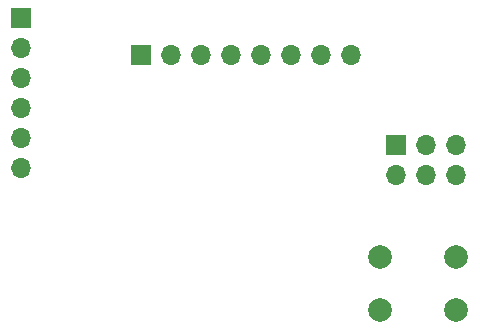
<source format=gbr>
G04 #@! TF.GenerationSoftware,KiCad,Pcbnew,(5.1.5)-3*
G04 #@! TF.CreationDate,2020-05-01T14:03:58+02:00*
G04 #@! TF.ProjectId,Arduino_Uno_R3_From_Scratch,41726475-696e-46f5-9f55-6e6f5f52335f,rev?*
G04 #@! TF.SameCoordinates,Original*
G04 #@! TF.FileFunction,Soldermask,Bot*
G04 #@! TF.FilePolarity,Negative*
%FSLAX46Y46*%
G04 Gerber Fmt 4.6, Leading zero omitted, Abs format (unit mm)*
G04 Created by KiCad (PCBNEW (5.1.5)-3) date 2020-05-01 14:03:58*
%MOMM*%
%LPD*%
G04 APERTURE LIST*
%ADD10O,1.700000X1.700000*%
%ADD11R,1.700000X1.700000*%
%ADD12C,2.000000*%
G04 APERTURE END LIST*
D10*
X158750000Y-73660000D03*
X156210000Y-73660000D03*
X153670000Y-73660000D03*
X151130000Y-73660000D03*
X148590000Y-73660000D03*
X146050000Y-73660000D03*
X143510000Y-73660000D03*
D11*
X140970000Y-73660000D03*
D10*
X130810000Y-83185000D03*
X130810000Y-80645000D03*
X130810000Y-78105000D03*
X130810000Y-75565000D03*
X130810000Y-73025000D03*
D11*
X130810000Y-70485000D03*
D12*
X161140000Y-95250000D03*
X161140000Y-90750000D03*
X167640000Y-95250000D03*
X167640000Y-90750000D03*
D10*
X167640000Y-83820000D03*
X167640000Y-81280000D03*
X165100000Y-83820000D03*
X165100000Y-81280000D03*
X162560000Y-83820000D03*
D11*
X162560000Y-81280000D03*
M02*

</source>
